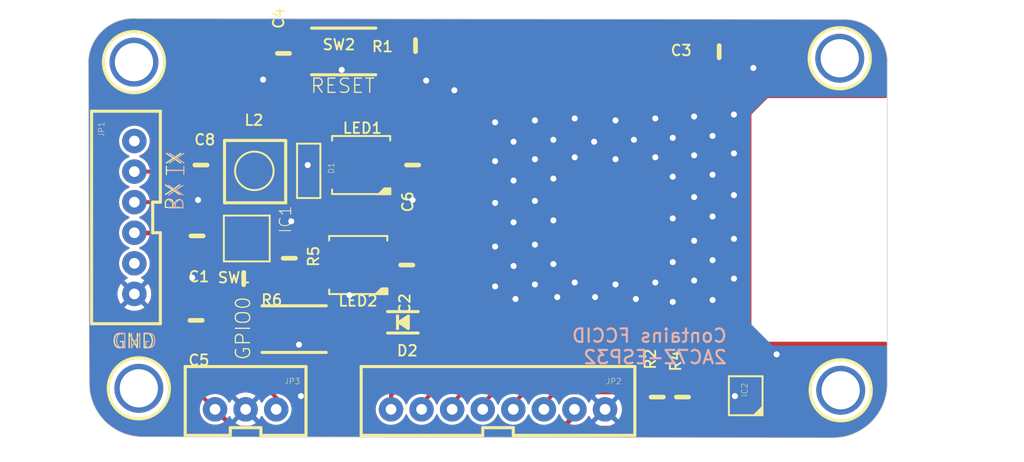
<source format=kicad_pcb>
(kicad_pcb (version 20211014) (generator pcbnew)
  (layers (0 "F.Cu" signal) (31 "B.Cu" signal) (34 "B.Paste" user) (35 "F.Paste" user) (36 "B.SilkS" user "B.Silkscreen") (37 "F.SilkS" user "F.Silkscreen") (38 "B.Mask" user) (39 "F.Mask" user) (44 "Edge.Cuts" user))
  (net 0 "")
  (net 1 "GND")
  (net 2 "VBUS")
  (net 3 "3.3V")
  (net 4 "RESET")
  (net 5 "GPIO0")
  (net 6 "RXD0")
  (net 7 "TXD0")
  (net 8 "GPIO2")
  (net 9 "A1_DAC1")
  (net 10 "A0_DAC2")
  (net 11 "IO16")
  (net 12 "MOSI")
  (net 13 "A5_IO4")
  (net 14 "SDA")
  (net 15 "SCL")
  (net 16 "IO33_A9")
  (net 17 "IO32_A7")
  (net 18 "IO27_A10")
  (net 19 "MISO")
  (net 20 "SCK")
  (net 21 "A4_IO36")
  (net 22 "A3_I39")
  (net 23 "IO13_A12")
  (net 24 "A2_I34")
  (net 25 "A13_I35")
  (net 26 "IO12_A11")
  (net 27 "IO15_A8")
  (net 28 "LED")
  (net 29 "IO14_A6")
  (net 30 "RXD_5V")
  (net 31 "N$5")
  (net 32 "N$7")
  (net 33 "N$6")
  (net 34 "N$1")
  (net 35 "N$2")
  (footprint "OpenEVSE_ESP32_v1:BTN_KMR2_4.6X2.8" (layer "F.Cu") (at 139.07135 93.450776 180)
    (fp_text reference "SW2")
    (fp_text value "KMR2")
  )
  (footprint "OpenEVSE_ESP32_v1:WROOM32_SKINNY" (layer "F.Cu") (at 159.39135 103.928276 -90)
    (fp_text reference "X2" hide)
    (fp_text value "ESP32-WROOM-32" hide)
  )
  (footprint "OpenEVSE_ESP32_v1:MICROBUILDER_INDUCTOR_5X5MM_NR5040_NOTHERMALS" (layer "F.Cu") (at 133.22935 101.261276 90)
    (fp_text reference "L2")
    (fp_text value "3.3uh")
  )
  (footprint "OpenEVSE_ESP32_v1:MICROBUILDER_LED3535" (layer "F.Cu") (at 140.21435 100.880276 180)
    (fp_text reference "LED1")
    (fp_text value "SK6812MINI")
  )
  (footprint "OpenEVSE_ESP32_v1:0603-NO" (layer "F.Cu") (at 163.63335 93.467776)
    (fp_text reference "C3")
    (fp_text value "1uF")
  )
  (footprint "OpenEVSE_ESP32_v1:0603-NO" (layer "F.Cu") (at 135.51535 106.976276 90)
    (fp_text reference "R5")
    (fp_text value "15k")
  )
  (footprint "OpenEVSE_ESP32_v1:JST6" (layer "F.Cu") (at 125.10135 104.309276 90)
    (fp_text reference "JP1")
    (fp_text value "B6B-PH-K-S(LF)(SN)")
  )
  (footprint "OpenEVSE_ESP32_v1:BTN_KMR2_4.6X2.8" (layer "F.Cu") (at 135.83285 111.611776 180)
    (fp_text reference "SW1")
    (fp_text value "KMR2")
  )
  (footprint "OpenEVSE_ESP32_v1:0603-NO" (layer "F.Cu") (at 159.58185 116.056776 -90)
    (fp_text reference "R2")
    (fp_text value "4.7k")
  )
  (footprint "OpenEVSE_ESP32_v1:0603-NO" (layer "F.Cu") (at 161.23285 116.056776 -90)
    (fp_text reference "R4")
    (fp_text value "4.7k")
  )
  (footprint "OpenEVSE_ESP32_v1:DFQN6D" (layer "F.Cu") (at 132.78485 105.706276 90)
    (fp_text reference "IC1")
    (fp_text value "ST1S03")
  )
  (footprint "OpenEVSE_ESP32_v1:JST8" (layer "F.Cu") (at 149.16785 116.310776)
    (fp_text reference "JP2")
    (fp_text value "B8B-PH-K-S(LF)(SN)")
  )
  (footprint "OpenEVSE_ESP32_v1:MOUNTINGHOLE_2.5_PLATED" (layer "F.Cu") (at 171.58335 115.612276)
    (fp_text reference "U$17" hide)
    (fp_text value "MOUNTINGHOLE2.5" hide)
  )
  (footprint "OpenEVSE_ESP32_v1:0603-NO" (layer "F.Cu") (at 143.19885 107.420776 -90)
    (fp_text reference "C2")
    (fp_text value "1uF")
  )
  (footprint "OpenEVSE_ESP32_v1:0603-NO" (layer "F.Cu") (at 143.57985 100.880276 -90)
    (fp_text reference "C6")
    (fp_text value "1uF")
  )
  (footprint "OpenEVSE_ESP32_v1:0603-NO" (layer "F.Cu") (at 129.48285 105.515776 -90)
    (fp_text reference "C1")
    (fp_text value "4.7uF")
  )
  (footprint "OpenEVSE_ESP32_v1:0603-NO" (layer "F.Cu") (at 129.41935 111.040276 90)
    (fp_text reference "C5")
    (fp_text value "1uF")
  )
  (footprint "OpenEVSE_ESP32_v1:MOUNTINGHOLE_2.5_PLATED" (layer "F.Cu") (at 125.35535 94.149276)
    (fp_text reference "U$8" hide)
    (fp_text value "MOUNTINGHOLE2.5" hide)
  )
  (footprint "OpenEVSE_ESP32_v1:SOD-123" (layer "F.Cu") (at 136.78535 101.261276 90)
    (fp_text reference "D1")
    (fp_text value "BAT54ZFILM")
  )
  (footprint "OpenEVSE_ESP32_v1:MICROBUILDER_LED3535" (layer "F.Cu") (at 140.02385 107.420776 180)
    (fp_text reference "LED2")
    (fp_text value "SK6812MINI")
  )
  (footprint "OpenEVSE_ESP32_v1:0603-NO" (layer "F.Cu") (at 143.77035 93.069776)
    (fp_text reference "R1")
    (fp_text value "10K")
  )
  (footprint "OpenEVSE_ESP32_v1:MOUNTINGHOLE_2.5_PLATED" (layer "F.Cu") (at 171.51985 93.895276)
    (fp_text reference "U$27" hide)
    (fp_text value "MOUNTINGHOLE2.5" hide)
  )
  (footprint "OpenEVSE_ESP32_v1:JST-3-PTH-VERT" (layer "F.Cu") (at 132.65785 116.310776)
    (fp_text reference "JP3")
    (fp_text value "B3B-PH-K-S(LF)(SN)")
  )
  (footprint "OpenEVSE_ESP32_v1:0603-NO" (layer "F.Cu") (at 135.13435 93.577776 -90)
    (fp_text reference "C4")
    (fp_text value "1uF")
  )
  (footprint "OpenEVSE_ESP32_v1:0603-NO" (layer "F.Cu") (at 129.73685 100.880276 -90)
    (fp_text reference "C8")
    (fp_text value "22uf")
  )
  (footprint "OpenEVSE_ESP32_v1:SOD-323" (layer "F.Cu") (at 142.94485 111.167276)
    (fp_text reference "D2")
    (fp_text value "1n4148")
  )
  (footprint "OpenEVSE_ESP32_v1:MSOP8" (layer "F.Cu") (at 167.51935 116.945776 90)
    (fp_text reference "IC2")
    (fp_text value "MCP9808")
  )
  (footprint "OpenEVSE_ESP32_v1:MOUNTINGHOLE_2.5_PLATED" (layer "F.Cu") (at 125.67285 115.485276)
    (fp_text reference "U$25" hide)
    (fp_text value "MOUNTINGHOLE2.5" hide)
  )
  (footprint "OpenEVSE_ESP32_v1:0603-NO" (layer "F.Cu") (at 132.53085 108.309776)
    (fp_text reference "R6")
    (fp_text value "47k")
  )
  (gr_line (start 171.64685 91.355276) (end 125.54585 91.291776) (layer "Edge.Cuts") (width 0.05))
  (gr_line (start 122.37085 94.022276) (end 122.43435 115.167776) (layer "Edge.Cuts") (width 0.05))
  (gr_arc (start 171.64685 91.355276) (mid 173.678303 92.038916) (end 174.63135 93.958776) (layer "Edge.Cuts") (width 0.05))
  (gr_line (start 174.63135 115.167776) (end 174.63135 93.958776) (layer "Edge.Cuts") (width 0.05))
  (gr_arc (start 174.63135 115.167776) (mid 173.589822 117.682248) (end 171.07535 118.723776) (layer "Edge.Cuts") (width 0.05))
  (gr_arc (start 122.37085 94.022276) (mid 123.392845 91.999462) (end 125.54585 91.291776) (layer "Edge.Cuts") (width 0.05))
  (gr_arc (start 125.92685 118.660276) (mid 123.45728 117.637346) (end 122.43435 115.167776) (layer "Edge.Cuts") (width 0.05))
  (gr_line (start 125.92685 118.660276) (end 171.07535 118.723776) (layer "Edge.Cuts") (width 0.05))
  (gr_text "RX" (at 128.59385 102.023276 -90) (layer "B.SilkS") (effects (font (size 0.93472 0.93472) (thickness 0.08128)) (justify right top mirror)))
  (gr_text "TX" (at 128.65735 99.927776 -90) (layer "B.SilkS") (effects (font (size 0.93472 0.93472) (thickness 0.08128)) (justify right top mirror)))
  (gr_text "Contains FCCID\n2AC7Z-ESP32" (at 164.21735 113.961276) (layer "B.SilkS") (effects (font (size 0.87376 0.87376) (thickness 0.14224)) (justify left bottom mirror)))
  (gr_text "GND" (at 126.94285 112.945276) (layer "B.SilkS") (effects (font (size 0.93472 0.93472) (thickness 0.08128)) (justify left bottom mirror)))
  (gr_text "RESET" (at 136.84885 96.244776) (layer "F.SilkS") (effects (font (size 0.93472 0.93472) (thickness 0.08128)) (justify left bottom)))
  (gr_text "GPIO0" (at 133.03885 113.707276 90) (layer "F.SilkS") (effects (font (size 0.93472 0.93472) (thickness 0.08128)) (justify left bottom)))
  (gr_text "TX" (at 128.53035 101.642276 90) (layer "F.SilkS") (effects (font (size 0.93472 0.93472) (thickness 0.08128)) (justify left bottom)))
  (gr_text "GND" (at 123.83135 112.945276) (layer "F.SilkS") (effects (font (size 0.93472 0.93472) (thickness 0.08128)) (justify left bottom)))
  (gr_text "RX" (at 128.46685 103.928276 90) (layer "F.SilkS") (effects (font (size 0.93472 0.93472) (thickness 0.08128)) (justify left bottom)))
  (via (at 160.59785 109.833776) (size 0.8001) (drill 0.3937) (layers "F.Cu" "B.Cu") (net 1))
  (via (at 158.05785 99.229276) (size 0.8001) (drill 0.3937) (layers "F.Cu" "B.Cu") (net 1))
  (via (at 160.59785 99.102276) (size 0.8001) (drill 0.3937) (layers "F.Cu" "B.Cu") (net 1))
  (via (at 161.99485 105.833276) (size 0.8001) (drill 0.3937) (layers "F.Cu" "B.Cu") (net 1))
  (via (at 160.59785 107.230276) (size 0.8001) (drill 0.3937) (layers "F.Cu" "B.Cu") (net 1))
  (via (at 160.59785 104.372776) (size 0.8001) (drill 0.3937) (layers "F.Cu" "B.Cu") (net 1))
  (via (at 152.78735 101.769276) (size 0.8001) (drill 0.3937) (layers "F.Cu" "B.Cu") (net 1))
  (via (at 160.59785 101.642276) (size 0.8001) (drill 0.3937) (layers "F.Cu" "B.Cu") (net 1))
  (via (at 156.85135 100.499276) (size 0.8001) (drill 0.3937) (layers "F.Cu" "B.Cu") (net 1))
  (via (at 150.18385 101.896276) (size 0.8001) (drill 0.3937) (layers "F.Cu" "B.Cu") (net 1))
  (via (at 148.97735 103.356776) (size 0.8001) (drill 0.3937) (layers "F.Cu" "B.Cu") (net 1))
  (via (at 146.31035 95.990776) (size 0.8001) (drill 0.3937) (layers "F.Cu" "B.Cu") (net 1))
  (via (at 159.45485 100.372276) (size 0.8001) (drill 0.3937) (layers "F.Cu" "B.Cu") (net 1))
  (via (at 129.16535 108.246276) (size 0.8001) (drill 0.3937) (layers "F.Cu" "B.Cu") (net 1))
  (via (at 136.27735 115.993276) (size 0.8001) (drill 0.3937) (layers "F.Cu" "B.Cu") (net 1))
  (via (at 148.97735 98.086276) (size 0.8001) (drill 0.3937) (layers "F.Cu" "B.Cu") (net 1))
  (via (at 161.99485 100.245276) (size 0.8001) (drill 0.3937) (layers "F.Cu" "B.Cu") (net 1))
  (via (at 154.18435 97.832276) (size 0.8001) (drill 0.3937) (layers "F.Cu" "B.Cu") (net 1))
  (via (at 152.78735 107.357276) (size 0.8001) (drill 0.3937) (layers "F.Cu" "B.Cu") (net 1))
  (via (at 164.59835 108.309776) (size 0.8001) (drill 0.3937) (layers "F.Cu" "B.Cu") (net 1))
  (via (at 156.85135 97.959276) (size 0.8001) (drill 0.3937) (layers "F.Cu" "B.Cu") (net 1))
  (via (at 151.58085 106.087276) (size 0.8001) (drill 0.3937) (layers "F.Cu" "B.Cu") (net 1))
  (via (at 154.18435 100.372276) (size 0.8001) (drill 0.3937) (layers "F.Cu" "B.Cu") (net 1))
  (via (at 150.18385 107.484276) (size 0.8001) (drill 0.3937) (layers "F.Cu" "B.Cu") (net 1))
  (via (at 151.58085 100.499276) (size 0.8001) (drill 0.3937) (layers "F.Cu" "B.Cu") (net 1))
  (via (at 167.39235 113.262776) (size 0.8001) (drill 0.3937) (layers "F.Cu" "B.Cu") (net 1))
  (via (at 158.18485 109.643276) (size 0.8001) (drill 0.3937) (layers "F.Cu" "B.Cu") (net 1))
  (via (at 163.20135 98.975276) (size 0.8001) (drill 0.3937) (layers "F.Cu" "B.Cu") (net 1))
  (via (at 139.45235 109.389276) (size 0.8001) (drill 0.3937) (layers "F.Cu" "B.Cu") (net 1))
  (via (at 155.45435 99.356276) (size 0.8001) (drill 0.3937) (layers "F.Cu" "B.Cu") (net 1))
  (via (at 163.20135 101.515276) (size 0.8001) (drill 0.3937) (layers "F.Cu" "B.Cu") (net 1))
  (via (at 135.64235 104.563276) (size 0.8001) (drill 0.3937) (layers "F.Cu" "B.Cu") (net 1))
  (via (at 161.99485 108.436776) (size 0.8001) (drill 0.3937) (layers "F.Cu" "B.Cu") (net 1))
  (via (at 133.80085 95.292276) (size 0.8001) (drill 0.3937) (layers "F.Cu" "B.Cu") (net 1))
  (via (at 163.20135 104.245776) (size 0.8001) (drill 0.3937) (layers "F.Cu" "B.Cu") (net 1))
  (via (at 136.15035 112.627776) (size 0.8001) (drill 0.3937) (layers "F.Cu" "B.Cu") (net 1))
  (via (at 129.54635 103.166276) (size 0.8001) (drill 0.3937) (layers "F.Cu" "B.Cu") (net 1))
  (via (at 148.97735 106.214276) (size 0.8001) (drill 0.3937) (layers "F.Cu" "B.Cu") (net 1))
  (via (at 152.78735 104.499776) (size 0.8001) (drill 0.3937) (layers "F.Cu" "B.Cu") (net 1))
  (via (at 154.18435 108.563776) (size 0.8001) (drill 0.3937) (layers "F.Cu" "B.Cu") (net 1))
  (via (at 163.20135 109.706776) (size 0.8001) (drill 0.3937) (layers "F.Cu" "B.Cu") (net 1))
  (via (at 164.59835 100.118276) (size 0.8001) (drill 0.3937) (layers "F.Cu" "B.Cu") (net 1))
  (via (at 163.20135 107.103276) (size 0.8001) (drill 0.3937) (layers "F.Cu" "B.Cu") (net 1))
  (via (at 143.57985 103.166276) (size 0.8001) (drill 0.3937) (layers "F.Cu" "B.Cu") (net 1))
  (via (at 150.18385 99.356276) (size 0.8001) (drill 0.3937) (layers "F.Cu" "B.Cu") (net 1))
  (via (at 161.99485 102.975776) (size 0.8001) (drill 0.3937) (layers "F.Cu" "B.Cu") (net 1))
  (via (at 165.86835 94.530276) (size 0.8001) (drill 0.3937) (layers "F.Cu" "B.Cu") (net 1))
  (via (at 150.18385 104.626776) (size 0.8001) (drill 0.3937) (layers "F.Cu" "B.Cu") (net 1))
  (via (at 138.94435 94.657276) (size 0.8001) (drill 0.3937) (layers "F.Cu" "B.Cu") (net 1))
  (via (at 150.31085 109.643276) (size 0.8001) (drill 0.3937) (layers "F.Cu" "B.Cu") (net 1))
  (via (at 164.66185 115.993276) (size 0.8001) (drill 0.3937) (layers "F.Cu" "B.Cu") (net 1))
  (via (at 161.99485 97.705276) (size 0.8001) (drill 0.3937) (layers "F.Cu" "B.Cu") (net 1))
  (via (at 155.51785 109.516276) (size 0.8001) (drill 0.3937) (layers "F.Cu" "B.Cu") (net 1))
  (via (at 164.59835 105.706276) (size 0.8001) (drill 0.3937) (layers "F.Cu" "B.Cu") (net 1))
  (via (at 144.46885 95.355776) (size 0.8001) (drill 0.3937) (layers "F.Cu" "B.Cu") (net 1))
  (via (at 151.58085 97.959276) (size 0.8001) (drill 0.3937) (layers "F.Cu" "B.Cu") (net 1))
  (via (at 136.72185 100.880276) (size 0.8001) (drill 0.3937) (layers "F.Cu" "B.Cu") (net 1))
  (via (at 164.59835 102.848776) (size 0.8001) (drill 0.3937) (layers "F.Cu" "B.Cu") (net 1))
  (via (at 153.04135 109.516276) (size 0.8001) (drill 0.3937) (layers "F.Cu" "B.Cu") (net 1))
  (via (at 159.45485 108.563776) (size 0.8001) (drill 0.3937) (layers "F.Cu" "B.Cu") (net 1))
  (via (at 148.97735 100.626276) (size 0.8001) (drill 0.3937) (layers "F.Cu" "B.Cu") (net 1))
  (via (at 151.58085 108.690776) (size 0.8001) (drill 0.3937) (layers "F.Cu" "B.Cu") (net 1))
  (via (at 148.97735 108.817776) (size 0.8001) (drill 0.3937) (layers "F.Cu" "B.Cu") (net 1))
  (via (at 156.85135 108.690776) (size 0.8001) (drill 0.3937) (layers "F.Cu" "B.Cu") (net 1))
  (via (at 159.45485 97.832276) (size 0.8001) (drill 0.3937) (layers "F.Cu" "B.Cu") (net 1))
  (via (at 164.59835 97.578276) (size 0.8001) (drill 0.3937) (layers "F.Cu" "B.Cu") (net 1))
  (via (at 151.58085 103.229776) (size 0.8001) (drill 0.3937) (layers "F.Cu" "B.Cu") (net 1))
  (via (at 152.78735 99.229276) (size 0.8001) (drill 0.3937) (layers "F.Cu" "B.Cu") (net 1))
  (segment (start 129.55335 104.736276) (end 129.48285 104.665776) (width 0.3048) (layer "F.Cu") (net 2))
  (segment (start 129.48285 104.665776) (end 127.34835 104.665776) (width 0.3048) (layer "F.Cu") (net 2))
  (segment (start 131.37485 104.736276) (end 129.55335 104.736276) (width 0.3048) (layer "F.Cu") (net 2))
  (segment (start 127.34835 104.665776) (end 126.68885 105.325276) (width 0.3048) (layer "F.Cu") (net 2))
  (segment (start 125.39735 105.325276) (end 125.38135 105.309276) (width 0.3048) (layer "F.Cu") (net 2))
  (segment (start 126.68885 105.325276) (end 125.39735 105.325276) (width 0.3048) (layer "F.Cu") (net 2))
  (segment (start 161.27185 116.945776) (end 163.11935 116.945776) (width 0.254) (layer "F.Cu") (net 3))
  (segment (start 129.73685 99.356276) (end 131.26085 97.832276) (width 0.3048) (layer "F.Cu") (net 3))
  (segment (start 137.63415 98.427076) (end 137.63415 104.777501) (width 0.3048) (layer "F.Cu") (net 3))
  (segment (start 159.58185 116.906776) (end 161.23285 116.906776) (width 0.3048) (layer "F.Cu") (net 3))
  (segment (start 123.51385 110.214776) (end 125.18935 111.890276) (width 0.3048) (layer "F.Cu") (net 3))
  (segment (start 124.97435 97.133776) (end 123.51385 98.594276) (width 0.3048) (layer "F.Cu") (net 3))
  (segment (start 143.19885 106.570776) (end 141.79885 106.570776) (width 0.3048) (layer "F.Cu") (net 3))
  (segment (start 136.68375 105.727901) (end 137.63415 104.777501) (width 0.3048) (layer "F.Cu") (net 3))
  (segment (start 141.98935 100.030276) (end 141.96435 100.005276) (width 0.3048) (layer "F.Cu") (net 3))
  (segment (start 131.68085 108.309776) (end 132.72225 109.351176) (width 0.3048) (layer "F.Cu") (net 3))
  (segment (start 127.89535 96.625776) (end 127.38735 97.133776) (width 0.3048) (layer "F.Cu") (net 3))
  (segment (start 162.78335 93.402195) (end 162.755731 93.374576) (width 0.254) (layer "F.Cu") (net 3))
  (segment (start 131.26085 97.832276) (end 137.03935 97.832276) (width 0.3048) (layer "F.Cu") (net 3))
  (segment (start 143.57985 100.030276) (end 141.98935 100.030276) (width 0.3048) (layer "F.Cu") (net 3))
  (segment (start 140.91285 101.056776) (end 140.91285 105.684776) (width 0.3048) (layer "F.Cu") (net 3))
  (segment (start 132.65785 91.863276) (end 127.89535 96.625776) (width 0.254) (layer "F.Cu") (net 3))
  (segment (start 162.78335 93.467776) (end 162.78335 93.402195) (width 0.254) (layer "F.Cu") (net 3))
  (segment (start 131.68085 108.309776) (end 131.26085 108.729776) (width 0.3048) (layer "F.Cu") (net 3))
  (segment (start 129.73685 100.030276) (end 132.45235 100.030276) (width 0.3048) (layer "F.Cu") (net 3))
  (segment (start 161.23285 116.906776) (end 161.27185 116.945776) (width 0.254) (layer "F.Cu") (net 3))
  (segment (start 159.51835 116.970276) (end 159.58185 116.906776) (width 0.3048) (layer "F.Cu") (net 3))
  (segment (start 158.39985 118.088776) (end 153.35885 118.088776) (width 0.3048) (layer "F.Cu") (net 3))
  (segment (start 159.58185 116.906776) (end 158.39985 118.088776) (width 0.3048) (layer "F.Cu") (net 3))
  (segment (start 144.83715 93.374576) (end 144.62035 93.157776) (width 0.254) (layer "F.Cu") (net 3))
  (segment (start 127.38735 97.133776) (end 124.97435 97.133776) (width 0.3048) (layer "F.Cu") (net 3))
  (segment (start 163.12135 93.805776) (end 163.12135 95.428276) (width 0.4064) (layer "F.Cu") (net 3))
  (segment (start 129.29235 112.017276) (end 129.29235 115.842767) (width 0.254) (layer "F.Cu") (net 3))
  (segment (start 131.26085 111.675276) (end 131.04585 111.890276) (width 0.3048) (layer "F.Cu") (net 3))
  (segment (start 131.88585 118.088776) (end 153.35885 118.088776) (width 0.3048) (layer "F.Cu") (net 3))
  (segment (start 162.755731 93.374576) (end 144.83715 93.374576) (width 0.254) (layer "F.Cu") (net 3))
  (segment (start 137.03935 97.832276) (end 142.69085 97.832276) (width 0.3048) (layer "F.Cu") (net 3))
  (segment (start 154.16785 117.279776) (end 154.16785 116.860776) (width 0.3048) (layer "F.Cu") (net 3))
  (segment (start 129.41935 111.890276) (end 129.29235 112.017276) (width 0.254) (layer "F.Cu") (net 3))
  (segment (start 130.65785 116.860776) (end 129.555546 115.758473) (width 0.254) (layer "F.Cu") (net 3))
  (segment (start 132.65785 91.863276) (end 143.32585 91.863276) (width 0.254) (layer "F.Cu") (net 3))
  (segment (start 144.62035 93.069776) (end 144.62035 93.157776) (width 0.254) (layer "F.Cu") (net 3))
  (segment (start 143.57985 98.721276) (end 143.57985 100.030276) (width 0.3048) (layer "F.Cu") (net 3))
  (segment (start 131.04585 111.890276) (end 129.41935 111.890276) (width 0.3048) (layer "F.Cu") (net 3))
  (segment (start 131.26085 108.729776) (end 131.26085 111.675276) (width 0.3048) (layer "F.Cu") (net 3))
  (segment (start 129.73685 100.030276) (end 129.73685 99.356276) (width 0.3048) (layer "F.Cu") (net 3))
  (segment (start 136.02335 109.351176) (end 136.68375 108.690776) (width 0.3048) (layer "F.Cu") (net 3))
  (segment (start 136.68375 108.690776) (end 136.68375 105.727901) (width 0.3048) (layer "F.Cu") (net 3))
  (segment (start 137.63415 98.427076) (end 137.03935 97.832276) (width 0.3048) (layer "F.Cu") (net 3))
  (segment (start 143.32585 91.863276) (end 144.62035 93.157776) (width 0.254) (layer "F.Cu") (net 3))
  (segment (start 142.69085 97.832276) (end 143.57985 98.721276) (width 0.3048) (layer "F.Cu") (net 3))
  (segment (start 130.65785 116.860776) (end 131.88585 118.088776) (width 0.3048) (layer "F.Cu") (net 3))
  (segment (start 141.79885 106.570776) (end 141.77385 106.545776) (width 0.3048) (layer "F.Cu") (net 3))
  (segment (start 129.555546 115.758473) (end 129.29235 115.842767) (width 0.254) (layer "F.Cu") (net 3))
  (segment (start 140.91285 105.684776) (end 141.77385 106.545776) (width 0.3048) (layer "F.Cu") (net 3))
  (segment (start 141.96435 100.005276) (end 140.91285 101.056776) (width 0.3048) (layer "F.Cu") (net 3))
  (segment (start 153.35885 118.088776) (end 154.16785 117.279776) (width 0.3048) (layer "F.Cu") (net 3))
  (segment (start 129.73685 100.030276) (end 129.73685 100.245276) (width 0.3048) (layer "F.Cu") (net 3))
  (segment (start 123.51385 98.594276) (end 123.51385 110.214776) (width 0.3048) (layer "F.Cu") (net 3))
  (segment (start 132.72225 109.351176) (end 136.02335 109.351176) (width 0.3048) (layer "F.Cu") (net 3))
  (segment (start 162.78335 93.467776) (end 163.12135 93.805776) (width 0.4064) (layer "F.Cu") (net 3))
  (segment (start 125.18935 111.890276) (end 129.41935 111.890276) (width 0.3048) (layer "F.Cu") (net 3))
  (segment (start 142.92035 93.069776) (end 142.70435 93.095276) (width 0.254) (layer "F.Cu") (net 4))
  (segment (start 137.02135 92.650776) (end 141.12135 92.650776) (width 0.254) (layer "F.Cu") (net 4))
  (segment (start 161.86785 94.657276) (end 161.29635 94.085776) (width 0.254) (layer "F.Cu") (net 4))
  (segment (start 142.81785 93.069776) (end 142.52585 93.069776) (width 0.254) (layer "F.Cu") (net 4))
  (segment (start 142.52585 93.069776) (end 141.54035 93.069776) (width 0.254) (layer "F.Cu") (net 4))
  (segment (start 137.02135 92.650776) (end 135.21135 92.650776) (width 0.254) (layer "F.Cu") (net 4))
  (segment (start 143.83385 94.085776) (end 142.81785 93.069776) (width 0.254) (layer "F.Cu") (net 4))
  (segment (start 135.256331 92.849758) (end 135.13435 92.727776) (width 0.254) (layer "F.Cu") (net 4))
  (segment (start 135.21135 92.650776) (end 135.13435 92.727776) (width 0.254) (layer "F.Cu") (net 4))
  (segment (start 141.12135 92.650776) (end 141.54035 93.069776) (width 0.254) (layer "F.Cu") (net 4))
  (segment (start 161.86785 94.657276) (end 161.85135 94.673776) (width 0.254) (layer "F.Cu") (net 4))
  (segment (start 142.52585 93.069776) (end 142.50035 93.095276) (width 0.254) (layer "F.Cu") (net 4))
  (segment (start 161.85135 94.673776) (end 161.85135 95.428276) (width 0.254) (layer "F.Cu") (net 4))
  (segment (start 135.256331 93.065205) (end 135.256331 92.849758) (width 0.254) (layer "F.Cu") (net 4))
  (segment (start 161.29635 94.085776) (end 143.83385 94.085776) (width 0.254) (layer "F.Cu") (net 4))
  (segment (start 142.70435 93.095276) (end 142.50035 93.095276) (width 0.254) (layer "F.Cu") (net 4))
  (segment (start 147.88135 112.754776) (end 140.40485 112.754776) (width 0.254) (layer "F.Cu") (net 5))
  (segment (start 147.88135 112.428276) (end 147.88135 112.754776) (width 0.254) (layer "F.Cu") (net 5))
  (segment (start 140.40485 112.754776) (end 138.46185 110.811776) (width 0.254) (layer "F.Cu") (net 5))
  (segment (start 138.46185 110.811776) (end 137.88285 110.811776) (width 0.254) (layer "F.Cu") (net 5))
  (segment (start 133.78285 110.811776) (end 137.88285 110.811776) (width 0.254) (layer "F.Cu") (net 5))
  (segment (start 159.26435 111.675276) (end 158.62935 111.040276) (width 0.254) (layer "F.Cu") (net 6))
  (segment (start 159.26435 112.381276) (end 159.26435 111.675276) (width 0.254) (layer "F.Cu") (net 6))
  (segment (start 158.62935 111.040276) (end 144.34185 111.040276) (width 0.254) (layer "F.Cu") (net 6))
  (segment (start 159.31135 112.428276) (end 159.26435 112.381276) (width 0.254) (layer "F.Cu") (net 6))
  (segment (start 144.21485 111.167276) (end 144.34185 111.040276) (width 0.254) (layer "F.Cu") (net 6))
  (segment (start 130.557687 96.237858) (end 127.88265 98.912895) (width 0.254) (layer "F.Cu") (net 7))
  (segment (start 145.48485 110.532276) (end 145.29435 110.341776) (width 0.254) (layer "F.Cu") (net 7))
  (segment (start 145.29435 110.341776) (end 145.29435 98.277883) (width 0.254) (layer "F.Cu") (net 7))
  (segment (start 159.32785 110.532276) (end 145.48485 110.532276) (width 0.254) (layer "F.Cu") (net 7))
  (segment (start 127.88265 98.912895) (end 127.88265 100.321476) (width 0.254) (layer "F.Cu") (net 7))
  (segment (start 126.89485 101.309276) (end 125.38135 101.309276) (width 0.254) (layer "F.Cu") (net 7))
  (segment (start 160.58135 112.428276) (end 160.58135 111.785776) (width 0.254) (layer "F.Cu") (net 7))
  (segment (start 160.58135 111.785776) (end 159.32785 110.532276) (width 0.254) (layer "F.Cu") (net 7))
  (segment (start 127.88265 100.321476) (end 126.89485 101.309276) (width 0.254) (layer "F.Cu") (net 7))
  (segment (start 145.29435 98.277883) (end 143.254325 96.237858) (width 0.254) (layer "F.Cu") (net 7))
  (segment (start 143.254325 96.237858) (end 130.557687 96.237858) (width 0.254) (layer "F.Cu") (net 7))
  (segment (start 144.72285 113.389776) (end 142.16785 115.944776) (width 0.254) (layer "F.Cu") (net 11))
  (segment (start 150.03145 113.389776) (end 144.72285 113.389776) (width 0.254) (layer "F.Cu") (net 11))
  (segment (start 142.16785 115.944776) (end 142.16785 116.860776) (width 0.254) (layer "F.Cu") (net 11))
  (segment (start 150.42135 112.999876) (end 150.03145 113.389776) (width 0.254) (layer "F.Cu") (net 11))
  (segment (start 150.42135 112.428276) (end 150.42135 112.999876) (width 0.254) (layer "F.Cu") (net 11))
  (segment (start 154.23135 112.428276) (end 154.23135 113.342776) (width 0.254) (layer "F.Cu") (net 12))
  (segment (start 146.16785 116.453276) (end 146.16785 116.860776) (width 0.254) (layer "F.Cu") (net 12))
  (segment (start 153.23185 114.342276) (end 148.27885 114.342276) (width 0.254) (layer "F.Cu") (net 12))
  (segment (start 148.27885 114.342276) (end 146.16785 116.453276) (width 0.254) (layer "F.Cu") (net 12))
  (segment (start 154.23135 113.342776) (end 153.23185 114.342276) (width 0.254) (layer "F.Cu") (net 12))
  (segment (start 165.91805 114.761214) (end 165.91805 115.989608) (width 0.2032) (layer "F.Cu") (net 14))
  (segment (start 151.35285 115.294776) (end 150.16785 116.479776) (width 0.254) (layer "F.Cu") (net 14))
  (segment (start 158.04135 113.643776) (end 158.04135 112.428276) (width 0.254) (layer "F.Cu") (net 14))
  (segment (start 160.80575 113.961276) (end 165.118112 113.961276) (width 0.2032) (layer "F.Cu") (net 14))
  (segment (start 165.91805 115.989608) (end 166.874218 116.945776) (width 0.2032) (layer "F.Cu") (net 14))
  (segment (start 156.39035 115.294776) (end 158.04135 113.643776) (width 0.254) (layer "F.Cu") (net 14))
  (segment (start 151.35285 115.294776) (end 156.39035 115.294776) (width 0.254) (layer "F.Cu") (net 14))
  (segment (start 160.80575 113.982876) (end 160.80575 113.961276) (width 0.2032) (layer "F.Cu") (net 14))
  (segment (start 150.16785 116.860776) (end 150.16785 116.479776) (width 0.254) (layer "F.Cu") (net 14))
  (segment (start 159.49385 115.294776) (end 159.58185 115.206776) (width 0.254) (layer "F.Cu") (net 14))
  (segment (start 159.58185 115.206776) (end 160.80575 113.982876) (width 0.2032) (layer "F.Cu") (net 14))
  (segment (start 166.874218 116.945776) (end 167.51935 116.945776) (width 0.2032) (layer "F.Cu") (net 14))
  (segment (start 165.118112 113.961276) (end 165.91805 114.761214) (width 0.2032) (layer "F.Cu") (net 14))
  (segment (start 156.39035 115.294776) (end 159.49385 115.294776) (width 0.254) (layer "F.Cu") (net 14))
  (segment (start 168.360081 117.400176) (end 168.52375 117.236508) (width 0.2032) (layer "F.Cu") (net 15))
  (segment (start 157.519531 116.056776) (end 157.214731 115.751976) (width 0.254) (layer "F.Cu") (net 15))
  (segment (start 162.57145 113.554876) (end 161.85135 112.834776) (width 0.2032) (layer "F.Cu") (net 15))
  (segment (start 166.678618 117.400176) (end 168.360081 117.400176) (width 0.2032) (layer "F.Cu") (net 15))
  (segment (start 161.85135 112.428276) (end 161.85135 112.834776) (width 0.2032) (layer "F.Cu") (net 15))
  (segment (start 166.32445 115.746008) (end 166.32445 114.338876) (width 0.2032) (layer "F.Cu") (net 15))
  (segment (start 165.51165 115.128576) (end 165.51165 116.233208) (width 0.2032) (layer "F.Cu") (net 15))
  (segment (start 166.32445 114.338876) (end 165.54045 113.554876) (width 0.2032) (layer "F.Cu") (net 15))
  (segment (start 167.51935 116.295776) (end 167.51425 116.290676) (width 0.2032) (layer "F.Cu") (net 15))
  (segment (start 161.85135 112.961776) (end 161.85135 112.428276) (width 0.254) (layer "F.Cu") (net 15))
  (segment (start 167.53435 116.310776) (end 167.51935 116.295776) (width 0.2032) (layer "F.Cu") (net 15))
  (segment (start 152.16785 116.860776) (end 152.16785 116.479776) (width 0.254) (layer "F.Cu") (net 15))
  (segment (start 162.05835 114.381276) (end 164.76435 114.381276) (width 0.2032) (layer "F.Cu") (net 15))
  (segment (start 161.23285 115.206776) (end 162.05835 114.381276) (width 0.2032) (layer "F.Cu") (net 15))
  (segment (start 164.76435 114.381276) (end 165.51165 115.128576) (width 0.2032) (layer "F.Cu") (net 15))
  (segment (start 161.23285 115.206776) (end 161.23285 115.242408) (width 0.254) (layer "F.Cu") (net 15))
  (segment (start 168.164481 116.295776) (end 167.51935 116.295776) (width 0.2032) (layer "F.Cu") (net 15))
  (segment (start 161.23285 115.206776) (end 160.38285 116.056776) (width 0.254) (layer "F.Cu") (net 15))
  (segment (start 165.54045 113.554876) (end 162.57145 113.554876) (width 0.2032) (layer "F.Cu") (net 15))
  (segment (start 165.51165 116.233208) (end 166.678618 117.400176) (width 0.2032) (layer "F.Cu") (net 15))
  (segment (start 168.52375 117.236508) (end 168.52375 116.655045) (width 0.2032) (layer "F.Cu") (net 15))
  (segment (start 167.51425 116.290676) (end 166.869118 116.290676) (width 0.2032) (layer "F.Cu") (net 15))
  (segment (start 168.52375 116.655045) (end 168.164481 116.295776) (width 0.2032) (layer "F.Cu") (net 15))
  (segment (start 166.869118 116.290676) (end 166.32445 115.746008) (width 0.2032) (layer "F.Cu") (net 15))
  (segment (start 160.38285 116.056776) (end 157.519531 116.056776) (width 0.254) (layer "F.Cu") (net 15))
  (segment (start 157.214731 115.751976) (end 152.89565 115.751976) (width 0.254) (layer "F.Cu") (net 15))
  (segment (start 152.89565 115.751976) (end 152.16785 116.479776) (width 0.254) (layer "F.Cu") (net 15))
  (segment (start 155.50135 113.647576) (end 155.50135 112.428276) (width 0.254) (layer "F.Cu") (net 19))
  (segment (start 148.16785 116.860776) (end 148.16785 116.479776) (width 0.254) (layer "F.Cu") (net 19))
  (segment (start 154.31135 114.837576) (end 155.50135 113.647576) (width 0.254) (layer "F.Cu") (net 19))
  (segment (start 149.81005 114.837576) (end 154.31135 114.837576) (width 0.254) (layer "F.Cu") (net 19))
  (segment (start 149.81005 114.837576) (end 148.16785 116.479776) (width 0.254) (layer "F.Cu") (net 19))
  (segment (start 152.94865 113.287026) (end 152.3506 113.885076) (width 0.254) (layer "F.Cu") (net 20))
  (segment (start 152.94865 112.440976) (end 152.94865 113.287026) (width 0.254) (layer "F.Cu") (net 20))
  (segment (start 144.16785 116.860776) (end 144.16785 116.472851) (width 0.254) (layer "F.Cu") (net 20))
  (segment (start 146.755625 113.885076) (end 144.16785 116.472851) (width 0.254) (layer "F.Cu") (net 20))
  (segment (start 152.3506 113.885076) (end 146.755625 113.885076) (width 0.254) (layer "F.Cu") (net 20))
  (segment (start 152.96135 112.428276) (end 152.94865 112.440976) (width 0.254) (layer "F.Cu") (net 20))
  (segment (start 140.50455 110.450526) (end 141.261 109.694076) (width 0.254) (layer "F.Cu") (net 28))
  (segment (start 141.96435 102.884276) (end 144.18945 105.109376) (width 0.254) (layer "F.Cu") (net 28))
  (segment (start 151.69135 111.785776) (end 151.40305 111.497476) (width 0.254) (layer "F.Cu") (net 28))
  (segment (start 151.69135 112.428276) (end 151.69135 111.785776) (width 0.254) (layer "F.Cu") (net 28))
  (segment (start 145.66265 111.497476) (end 144.97685 112.183276) (width 0.254) (layer "F.Cu") (net 28))
  (segment (start 144.18945 105.109376) (end 144.18945 109.212595) (width 0.254) (layer "F.Cu") (net 28))
  (segment (start 141.96435 102.884276) (end 141.96435 101.755276) (width 0.254) (layer "F.Cu") (net 28))
  (segment (start 151.69135 112.428276) (end 152.07235 112.809276) (width 0.2032) (layer "F.Cu") (net 28))
  (segment (start 140.50455 111.693526) (end 140.50455 110.450526) (width 0.254) (layer "F.Cu") (net 28))
  (segment (start 143.707968 109.694076) (end 144.18945 109.212595) (width 0.254) (layer "F.Cu") (net 28))
  (segment (start 151.40305 111.497476) (end 145.66265 111.497476) (width 0.254) (layer "F.Cu") (net 28))
  (segment (start 144.97685 112.183276) (end 140.9943 112.183276) (width 0.254) (layer "F.Cu") (net 28))
  (segment (start 141.261 109.694076) (end 143.707968 109.694076) (width 0.254) (layer "F.Cu") (net 28))
  (segment (start 140.9943 112.183276) (end 140.50455 111.693526) (width 0.254) (layer "F.Cu") (net 28))
  (segment (start 144.64665 98.594276) (end 143.06494 97.012567) (width 0.254) (layer "F.Cu") (net 30))
  (segment (start 128.65735 101.324776) (end 126.67285 103.309276) (width 0.254) (layer "F.Cu") (net 30))
  (segment (start 144.64665 98.594276) (end 144.64665 109.528976) (width 0.254) (layer "F.Cu") (net 30))
  (segment (start 141.80185 111.167276) (end 142.18285 111.167276) (width 0.254) (layer "F.Cu") (net 30))
  (segment (start 144.64665 109.528976) (end 143.89735 110.278276) (width 0.254) (layer "F.Cu") (net 30))
  (segment (start 126.67285 103.309276) (end 125.38135 103.309276) (width 0.254) (layer "F.Cu") (net 30))
  (segment (start 143.89735 110.278276) (end 142.37335 110.278276) (width 0.254) (layer "F.Cu") (net 30))
  (segment (start 130.683559 97.012567) (end 128.65735 99.038776) (width 0.254) (layer "F.Cu") (net 30))
  (segment (start 143.06494 97.012567) (end 130.683559 97.012567) (width 0.254) (layer "F.Cu") (net 30))
  (segment (start 142.37335 110.278276) (end 141.80185 110.849776) (width 0.254) (layer "F.Cu") (net 30))
  (segment (start 128.65735 99.038776) (end 128.65735 101.324776) (width 0.254) (layer "F.Cu") (net 30))
  (segment (start 141.67485 111.167276) (end 141.80185 111.167276) (width 0.254) (layer "F.Cu") (net 30))
  (segment (start 141.80185 110.849776) (end 141.80185 111.167276) (width 0.254) (layer "F.Cu") (net 30))
  (segment (start 135.51535 107.826276) (end 133.86435 107.826276) (width 0.254) (layer "F.Cu") (net 31))
  (segment (start 134.09485 107.595776) (end 133.38085 108.309776) (width 0.2032) (layer "F.Cu") (net 31))
  (segment (start 133.77735 107.913276) (end 133.38085 108.309776) (width 0.254) (layer "F.Cu") (net 31))
  (segment (start 134.09485 106.636276) (end 134.09485 107.595776) (width 0.2032) (layer "F.Cu") (net 31))
  (segment (start 133.86435 107.826276) (end 133.38085 108.309776) (width 0.254) (layer "F.Cu") (net 31))
  (segment (start 136.78535 103.111276) (end 136.54885 102.874776) (width 0.254) (layer "F.Cu") (net 32))
  (segment (start 134.09485 104.736276) (end 134.09485 103.676776) (width 0.2032) (layer "F.Cu") (net 32))
  (segment (start 133.86435 102.874776) (end 136.54885 102.874776) (width 0.254) (layer "F.Cu") (net 32))
  (segment (start 133.77735 102.961776) (end 133.86435 102.874776) (width 0.254) (layer "F.Cu") (net 32))
  (segment (start 133.22935 102.811276) (end 133.22935 102.874776) (width 0.3048) (layer "F.Cu") (net 32))
  (segment (start 133.22935 102.874776) (end 133.86435 102.874776) (width 0.254) (layer "F.Cu") (net 32))
  (segment (start 134.09485 103.676776) (end 133.22935 102.811276) (width 0.2032) (layer "F.Cu") (net 32))
  (segment (start 134.65785 116.088276) (end 134.65785 116.860776) (width 0.254) (layer "F.Cu") (net 34))
  (segment (start 132.02285 113.453276) (end 134.65785 116.088276) (width 0.254) (layer "F.Cu") (net 34))
  (segment (start 132.02285 110.849776) (end 132.02285 113.453276) (width 0.254) (layer "F.Cu") (net 34))
  (segment (start 138.27385 106.545776) (end 137.59685 106.545776) (width 0.254) (layer "F.Cu") (net 34))
  (segment (start 137.59685 106.545776) (end 137.16635 106.976276) (width 0.254) (layer "F.Cu") (net 34))
  (segment (start 136.34085 109.833776) (end 133.03885 109.833776) (width 0.254) (layer "F.Cu") (net 34))
  (segment (start 133.03885 109.833776) (end 132.02285 110.849776) (width 0.254) (layer "F.Cu") (net 34))
  (segment (start 137.16635 109.008276) (end 136.34085 109.833776) (width 0.254) (layer "F.Cu") (net 34))
  (segment (start 137.16635 106.976276) (end 137.16635 109.008276) (width 0.254) (layer "F.Cu") (net 34))
  (segment (start 139.14885 100.005276) (end 140.15085 101.007276) (width 0.3048) (layer "F.Cu") (net 35))
  (segment (start 141.27985 108.295776) (end 141.77385 108.295776) (width 0.3048) (layer "F.Cu") (net 35))
  (segment (start 138.46435 100.005276) (end 139.14885 100.005276) (width 0.3048) (layer "F.Cu") (net 35))
  (segment (start 140.15085 101.007276) (end 140.15085 107.166776) (width 0.3048) (layer "F.Cu") (net 35))
  (segment (start 140.15085 107.166776) (end 141.27985 108.295776) (width 0.3048) (layer "F.Cu") (net 35))
  (zone (net 1) (net_name "GND") (layer "F.Cu") (priority 6) (connect_pads (clearance 0.000001)) (min_thickness 0.127) (fill yes (thermal_gap 0.304) (thermal_bridge_width 0.304))
    (polygon (pts (xy 178.63185 96.498776) (xy 166.809956 96.498776) (xy 165.74135 97.567382) (xy 165.74135 111.36867) (xy 166.809956 112.437276) (xy 176.21885 112.437276) (xy 176.21885 120.311276) (xy 116.59235 120.311276) (xy 116.59235 90.656776) (xy 178.63185 90.656776)))
  )
  (zone (net 1) (net_name "GND") (layer "B.Cu") (priority 6) (connect_pads (clearance 0.000001)) (min_thickness 0.127) (fill yes (thermal_gap 0.304) (thermal_bridge_width 0.304))
    (polygon (pts (xy 183.58485 98.12748) (xy 179.112144 96.435276) (xy 166.802181 96.435276) (xy 165.67785 97.559607) (xy 165.67785 111.24167) (xy 167.127456 112.691276) (xy 176.09185 112.691276) (xy 176.09185 115.05167) (xy 176.167875 115.127696) (xy 176.167875 119.652794) (xy 117.73966 119.652794) (xy 117.73966 90.085276) (xy 183.58485 90.085276)))
  )
)
</source>
